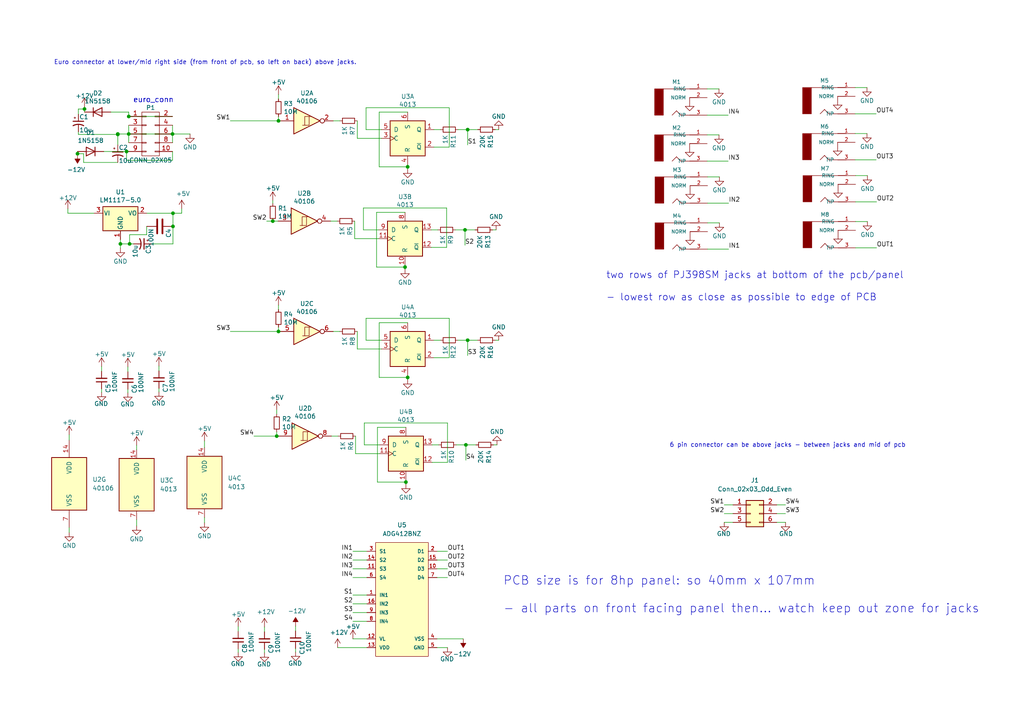
<source format=kicad_sch>
(kicad_sch (version 20211123) (generator eeschema)
  (paper "A4")
  (lib_symbols
    (symbol "4xxx:40106" (pin_names (offset 1.016))
      (property "Reference" "U" (at 0 1.27 0))
      (property "Value" "40106" (at 0 -1.27 0))
      (symbol "40106_1_0"
        (pin input line (at -7.62 0 0) (length 3.81) (name "~") (number "1"))
        (pin output inverted (at 7.62 0 180) (length 3.81) (name "~") (number "2"))
      )
      (symbol "40106_2_0"
        (pin input line (at -7.62 0 0) (length 3.81) (name "~") (number "3"))
        (pin output inverted (at 7.62 0 180) (length 3.81) (name "~") (number "4"))
      )
      (symbol "40106_3_0"
        (pin input line (at -7.62 0 0) (length 3.81) (name "~") (number "5"))
        (pin output inverted (at 7.62 0 180) (length 3.81) (name "~") (number "6"))
      )
      (symbol "40106_4_0"
        (pin output inverted (at 7.62 0 180) (length 3.81) (name "~") (number "8"))
        (pin input line (at -7.62 0 0) (length 3.81) (name "~") (number "9"))
      )
      (symbol "40106_5_0"
        (pin output inverted (at 7.62 0 180) (length 3.81) (name "~") (number "10"))
        (pin input line (at -7.62 0 0) (length 3.81) (name "~") (number "11"))
      )
      (symbol "40106_6_0"
        (pin output inverted (at 7.62 0 180) (length 3.81) (name "~") (number "12"))
        (pin input line (at -7.62 0 0) (length 3.81) (name "~") (number "13"))
      )
      (symbol "40106_7_0"
        (pin power_in line (at 0 12.7 270) (length 5.08) (name "VDD") (number "14"))
        (pin power_in line (at 0 -12.7 90) (length 5.08) (name "VSS") (number "7"))
      )
    )
    (symbol "4xxx:4013" (pin_names (offset 1.016))
      (property "Reference" "U" (at -7.62 8.89 0))
      (property "Value" "4013" (at -7.62 -8.89 0))
      (symbol "4013_1_1"
        (pin output line (at 7.62 2.54 180) (length 2.54) (name "Q") (number "1"))
        (pin output line (at 7.62 -2.54 180) (length 2.54) (name "~{Q}") (number "2"))
        (pin input clock (at -7.62 0 0) (length 2.54) (name "C") (number "3"))
        (pin input line (at 0 -7.62 90) (length 2.54) (name "R") (number "4"))
        (pin input line (at -7.62 2.54 0) (length 2.54) (name "D") (number "5"))
        (pin input line (at 0 7.62 270) (length 2.54) (name "S") (number "6"))
      )
      (symbol "4013_2_1"
        (pin input line (at 0 -7.62 90) (length 2.54) (name "R") (number "10"))
        (pin input clock (at -7.62 0 0) (length 2.54) (name "C") (number "11"))
        (pin output line (at 7.62 -2.54 180) (length 2.54) (name "~{Q}") (number "12"))
        (pin output line (at 7.62 2.54 180) (length 2.54) (name "Q") (number "13"))
        (pin input line (at 0 7.62 270) (length 2.54) (name "S") (number "8"))
        (pin input line (at -7.62 2.54 0) (length 2.54) (name "D") (number "9"))
      )
      (symbol "4013_3_0"
        (pin power_in line (at 0 10.16 270) (length 2.54) (name "VDD") (number "14"))
        (pin power_in line (at 0 -10.16 90) (length 2.54) (name "VSS") (number "7"))
      )
    )
    (symbol "Connector_Generic:Conn_02x03_Odd_Even" (pin_names (offset 1.016) hide)
      (property "Reference" "J" (at 1.27 5.08 0))
      (property "Value" "Conn_02x03_Odd_Even" (at 1.27 -5.08 0))
      (symbol "Conn_02x03_Odd_Even_1_1"
        (pin passive line (at -5.08 2.54 0) (length 3.81) (name "Pin_1") (number "1"))
        (pin passive line (at 7.62 2.54 180) (length 3.81) (name "Pin_2") (number "2"))
        (pin passive line (at -5.08 0 0) (length 3.81) (name "Pin_3") (number "3"))
        (pin passive line (at 7.62 0 180) (length 3.81) (name "Pin_4") (number "4"))
        (pin passive line (at -5.08 -2.54 0) (length 3.81) (name "Pin_5") (number "5"))
        (pin passive line (at 7.62 -2.54 180) (length 3.81) (name "Pin_6") (number "6"))
      )
    )
    (symbol "Device:C_Small" (pin_numbers hide) (pin_names (offset 0.254) hide)
      (property "Reference" "C" (at 0.254 1.778 0))
      (property "Value" "C_Small" (at 0.254 -2.032 0))
      (symbol "C_Small_1_1"
        (pin passive line (at 0 2.54 270) (length 2.032) (name "~") (number "1"))
        (pin passive line (at 0 -2.54 90) (length 2.032) (name "~") (number "2"))
      )
    )
    (symbol "Device:D" (pin_numbers hide) (pin_names (offset 1.016) hide)
      (property "Reference" "D" (at 0 2.54 0))
      (property "Value" "D" (at 0 -2.54 0))
      (symbol "D_1_1"
        (pin passive line (at -3.81 0 0) (length 2.54) (name "K") (number "1"))
        (pin passive line (at 3.81 0 180) (length 2.54) (name "A") (number "2"))
      )
    )
    (symbol "Device:R_Small" (pin_numbers hide) (pin_names (offset 0.254) hide)
      (property "Reference" "R" (at 0.762 0.508 0))
      (property "Value" "R_Small" (at 0.762 -1.016 0))
      (symbol "R_Small_1_1"
        (pin passive line (at 0 2.54 270) (length 0.762) (name "~") (number "1"))
        (pin passive line (at 0 -2.54 90) (length 0.762) (name "~") (number "2"))
      )
    )
    (symbol "Regulator_Linear:LM1117-3.3" (pin_names (offset 0.254))
      (property "Reference" "U" (at -3.81 3.175 0))
      (property "Value" "LM1117-3.3" (at 0 3.175 0))
      (symbol "LM1117-3.3_1_1"
        (pin power_in line (at 0 -7.62 90) (length 2.54) (name "GND") (number "1"))
        (pin power_out line (at 7.62 0 180) (length 2.54) (name "VO") (number "2"))
        (pin power_in line (at -7.62 0 0) (length 2.54) (name "VI") (number "3"))
      )
    )
    (symbol "allcolours-rescue:AUDIO-JACKERTHENVAR-PJ398" (pin_names (offset 1.016))
      (property "Reference" "M?" (at -1.27 5.207 0))
      (symbol "AUDIO-JACKERTHENVAR-PJ398_1_1"
        (pin bidirectional line (at 7.62 2.54 180) (length 5.08) (name "RING") (number "1"))
        (pin bidirectional line (at 7.62 0 180) (length 5.08) (name "NORM") (number "2"))
        (pin bidirectional line (at 7.62 -5.08 180) (length 5.08) (name "TIP") (number "3"))
      )
    )
    (symbol "allcolours-rescue:C-device-allcolours-rescue" (pin_numbers hide) (pin_names (offset 0.254))
      (property "Reference" "C" (at 0.635 2.54 0))
      (property "Value" "C-device-allcolours-rescue" (at 0.635 -2.54 0))
      (symbol "C-device-allcolours-rescue_1_1"
        (pin passive line (at 0 3.81 270) (length 2.794) (name "~") (number "1"))
        (pin passive line (at 0 -3.81 90) (length 2.794) (name "~") (number "2"))
      )
    )
    (symbol "allcolours-rescue:CP1_Small-device-allcolours-rescue" (pin_numbers hide) (pin_names (offset 0.254) hide)
      (property "Reference" "C" (at 0.254 1.778 0))
      (property "Value" "CP1_Small-device-allcolours-rescue" (at 0.254 -2.032 0))
      (symbol "CP1_Small-device-allcolours-rescue_1_1"
        (pin passive line (at 0 2.54 270) (length 2.032) (name "~") (number "1"))
        (pin passive line (at 0 -2.54 90) (length 2.032) (name "~") (number "2"))
      )
    )
    (symbol "allcolours-rescue:GND-power-allcolours-rescue" (power) (pin_names (offset 0))
      (property "Value" "GND-power-allcolours-rescue" (at 0 -3.81 0))
      (symbol "GND-power-allcolours-rescue_1_1"
        (pin power_in line (at 0 0 270) (length 0) hide (name "GND") (number "1"))
      )
    )
    (symbol "eec:ADG412BNZ" (pin_names (offset 1.016))
      (property "Reference" "U" (at 0 5.08 0))
      (property "Value" "ADG412BNZ" (at 0 7.62 0))
      (symbol "ADG412BNZ_1_1"
        (pin input line (at 2.54 -12.7 0) (length 2.54) (name "IN1") (number "1"))
        (pin passive line (at 22.86 -5.08 180) (length 2.54) (name "D3") (number "10"))
        (pin passive line (at 2.54 -5.08 0) (length 2.54) (name "S3") (number "11"))
        (pin power_in line (at 2.54 -25.4 0) (length 2.54) (name "VL") (number "12"))
        (pin power_in line (at 2.54 -27.94 0) (length 2.54) (name "VDD") (number "13"))
        (pin passive line (at 2.54 -2.54 0) (length 2.54) (name "S2") (number "14"))
        (pin passive line (at 22.86 -2.54 180) (length 2.54) (name "D2") (number "15"))
        (pin input line (at 2.54 -15.24 0) (length 2.54) (name "IN2") (number "16"))
        (pin passive line (at 22.86 0 180) (length 2.54) (name "D1") (number "2"))
        (pin passive line (at 2.54 0 0) (length 2.54) (name "S1") (number "3"))
        (pin power_in line (at 22.86 -25.4 180) (length 2.54) (name "VSS") (number "4"))
        (pin power_in line (at 22.86 -27.94 180) (length 2.54) (name "GND") (number "5"))
        (pin passive line (at 2.54 -7.62 0) (length 2.54) (name "S4") (number "6"))
        (pin passive line (at 22.86 -7.62 180) (length 2.54) (name "D4") (number "7"))
        (pin input line (at 2.54 -20.32 0) (length 2.54) (name "IN4") (number "8"))
        (pin input line (at 2.54 -17.78 0) (length 2.54) (name "IN3") (number "9"))
      )
    )
    (symbol "power:+12V" (power) (pin_names (offset 0))
      (property "Value" "+12V" (at 0 3.556 0))
      (symbol "+12V_1_1"
        (pin power_in line (at 0 0 90) (length 0) hide (name "+12V") (number "1"))
      )
    )
    (symbol "power:+5V" (power) (pin_names (offset 0))
      (property "Value" "+5V" (at 0 3.556 0))
      (symbol "+5V_1_1"
        (pin power_in line (at 0 0 90) (length 0) hide (name "+5V") (number "1"))
      )
    )
    (symbol "power:-12V" (power) (pin_names (offset 0))
      (property "Value" "-12V" (at 0 3.81 0))
      (symbol "-12V_0_0"
        (pin power_in line (at 0 0 90) (length 0) hide (name "-12V") (number "1"))
      )
    )
    (symbol "power:GND" (power) (pin_names (offset 0))
      (property "Value" "GND" (at 0 -3.81 0))
      (symbol "GND_1_1"
        (pin power_in line (at 0 0 270) (length 0) hide (name "GND") (number "1"))
      )
    )
    (symbol "toad2-rescue:+12V-power-allcolours_analogue-rescue" (power) (pin_names (offset 0))
      (property "Value" "+12V-power-allcolours_analogue-rescue" (at 0 3.556 0))
      (symbol "+12V-power-allcolours_analogue-rescue_1_1"
        (pin power_in line (at 0 0 90) (length 0) hide (name "+12V") (number "1"))
      )
    )
    (symbol "toad2-rescue:CONN_02X05-allcolours-rescue-allcolours_analogue-rescue" (pin_names (offset 0.0254) hide)
      (property "Reference" "J" (at 0 7.62 0))
      (property "Value" "CONN_02X05-allcolours-rescue-allcolours_analogue-rescue" (at 0 -7.62 0))
      (symbol "CONN_02X05-allcolours-rescue-allcolours_analogue-rescue_1_1"
        (pin passive line (at -6.35 5.08 0) (length 3.81) (name "P1") (number "1"))
        (pin passive line (at 6.35 -5.08 180) (length 3.81) (name "P10") (number "10"))
        (pin passive line (at 6.35 5.08 180) (length 3.81) (name "P2") (number "2"))
        (pin passive line (at -6.35 2.54 0) (length 3.81) (name "P3") (number "3"))
        (pin passive line (at 6.35 2.54 180) (length 3.81) (name "P4") (number "4"))
        (pin passive line (at -6.35 0 0) (length 3.81) (name "P5") (number "5"))
        (pin passive line (at 6.35 0 180) (length 3.81) (name "P6") (number "6"))
        (pin passive line (at -6.35 -2.54 0) (length 3.81) (name "P7") (number "7"))
        (pin passive line (at 6.35 -2.54 180) (length 3.81) (name "P8") (number "8"))
        (pin passive line (at -6.35 -5.08 0) (length 3.81) (name "P9") (number "9"))
      )
    )
    (symbol "toad2-rescue:CP1_Small-device-allcolours_analogue-rescue" (pin_numbers hide) (pin_names (offset 0.254) hide)
      (property "Reference" "C" (at 0.254 1.778 0))
      (property "Value" "CP1_Small-device-allcolours_analogue-rescue" (at 0.254 -2.032 0))
      (symbol "CP1_Small-device-allcolours_analogue-rescue_1_1"
        (pin passive line (at 0 2.54 270) (length 2.032) (name "~") (number "1"))
        (pin passive line (at 0 -2.54 90) (length 2.032) (name "~") (number "2"))
      )
    )
    (symbol "toad2-rescue:GND-power-allcolours_analogue-rescue" (power) (pin_names (offset 0))
      (property "Value" "GND-power-allcolours_analogue-rescue" (at 0 -3.81 0))
      (symbol "GND-power-allcolours_analogue-rescue_1_1"
        (pin power_in line (at 0 0 270) (length 0) hide (name "GND") (number "1"))
      )
    )
    (symbol "touch-rescue:GND-power-allcolours_analogue-rescue" (power) (pin_names (offset 0))
      (property "Value" "GND-power-allcolours_analogue-rescue" (at 0 -3.81 0))
      (symbol "GND-power-allcolours_analogue-rescue_1_1"
        (pin power_in line (at 0 0 270) (length 0) hide (name "GND") (number "1"))
      )
    )
  )
  (junction (at 80.772 96.139))
  (junction (at 34.163 38.862))
  (junction (at 34.925 70.739))
  (junction (at 80.264 126.492))
  (junction (at 118.237 48.387))
  (junction (at 34.163 38.989))
  (junction (at 118.237 109.474))
  (junction (at 22.479 44.577))
  (junction (at 135.636 37.592))
  (junction (at 134.874 66.675))
  (junction (at 36.703 43.942))
  (junction (at 117.729 139.827))
  (junction (at 80.772 35.052))
  (junction (at 117.475 77.47))
  (junction (at 135.636 98.679))
  (junction (at 24.511 31.623))
  (junction (at 50.165 61.849))
  (junction (at 50.038 38.862))
  (junction (at 37.338 38.862))
  (junction (at 37.338 33.782))
  (junction (at 37.592 70.739))
  (junction (at 135.128 129.032))
  (junction (at 79.121 64.135))
  (junction (at 50.165 65.659))
  (wire (pts (xy 109.22 77.47) (xy 117.475 77.47)))
  (wire (pts (xy 130.302 42.672) (xy 130.302 31.242)))
  (wire (pts (xy 66.802 96.139) (xy 80.772 96.139)))
  (wire (pts (xy 109.982 93.599) (xy 109.982 109.474)))
  (wire (pts (xy 248.031 46.355) (xy 254.127 46.355)))
  (wire (pts (xy 103.632 101.219) (xy 110.617 101.219)))
  (wire (pts (xy 80.772 96.139) (xy 81.407 96.139)))
  (wire (pts (xy 125.857 37.592) (xy 127.762 37.592)))
  (wire (pts (xy 118.237 108.839) (xy 118.237 109.474)))
  (wire (pts (xy 103.124 126.492) (xy 103.124 131.572)))
  (wire (pts (xy 19.685 61.849) (xy 27.305 61.849)))
  (wire (pts (xy 143.637 37.592) (xy 144.653 37.592)))
  (wire (pts (xy 42.545 61.849) (xy 50.165 61.849)))
  (wire (pts (xy 106.172 37.592) (xy 110.617 37.592)))
  (wire (pts (xy 103.632 40.132) (xy 110.617 40.132)))
  (wire (pts (xy 77.343 64.135) (xy 79.121 64.135)))
  (wire (pts (xy 118.237 48.387) (xy 118.237 49.022)))
  (wire (pts (xy 205.105 25.781) (xy 208.534 25.781)))
  (wire (pts (xy 105.41 60.325) (xy 105.41 66.675)))
  (wire (pts (xy 143.129 129.032) (xy 144.145 129.032)))
  (wire (pts (xy 22.733 38.227) (xy 22.733 38.989)))
  (wire (pts (xy 50.038 46.482) (xy 36.703 46.482)))
  (wire (pts (xy 117.729 139.827) (xy 117.729 140.462)))
  (wire (pts (xy 109.982 93.599) (xy 118.237 93.599)))
  (wire (pts (xy 37.592 70.739) (xy 38.735 70.739)))
  (wire (pts (xy 19.685 61.849) (xy 19.685 60.579)))
  (wire (pts (xy 105.664 129.032) (xy 110.109 129.032)))
  (wire (pts (xy 248.031 38.735) (xy 251.46 38.735)))
  (wire (pts (xy 125.349 129.032) (xy 127.254 129.032)))
  (wire (pts (xy 102.362 175.133) (xy 106.426 175.133)))
  (wire (pts (xy 22.733 38.989) (xy 34.163 38.989)))
  (wire (pts (xy 29.464 106.299) (xy 29.464 107.696)))
  (wire (pts (xy 80.772 35.052) (xy 81.407 35.052)))
  (wire (pts (xy 69.088 181.737) (xy 69.088 183.134)))
  (wire (pts (xy 34.925 70.739) (xy 37.592 70.739)))
  (wire (pts (xy 109.22 61.595) (xy 117.475 61.595)))
  (wire (pts (xy 37.084 112.903) (xy 37.084 113.919)))
  (wire (pts (xy 80.772 33.782) (xy 80.772 35.052)))
  (wire (pts (xy 205.232 72.263) (xy 211.328 72.263)))
  (wire (pts (xy 248.031 25.4) (xy 251.46 25.4)))
  (wire (pts (xy 42.545 68.072) (xy 42.545 65.659)))
  (wire (pts (xy 125.857 42.672) (xy 130.302 42.672)))
  (wire (pts (xy 117.475 76.835) (xy 117.475 77.47)))
  (wire (pts (xy 103.632 35.052) (xy 103.632 40.132)))
  (wire (pts (xy 69.088 188.214) (xy 69.088 189.23)))
  (wire (pts (xy 80.772 27.432) (xy 80.772 28.702)))
  (wire (pts (xy 97.79 64.135) (xy 95.885 64.135)))
  (wire (pts (xy 24.257 47.117) (xy 24.257 44.577)))
  (wire (pts (xy 109.474 139.827) (xy 117.729 139.827)))
  (wire (pts (xy 34.163 38.862) (xy 34.163 38.989)))
  (wire (pts (xy 36.703 43.942) (xy 37.338 43.942)))
  (wire (pts (xy 102.362 164.973) (xy 106.426 164.973)))
  (wire (pts (xy 132.08 66.675) (xy 134.874 66.675)))
  (wire (pts (xy 79.121 58.166) (xy 79.121 59.055)))
  (wire (pts (xy 210.058 148.971) (xy 212.598 148.971)))
  (wire (pts (xy 50.165 61.849) (xy 50.165 65.659)))
  (wire (pts (xy 50.038 43.942) (xy 50.038 46.482)))
  (wire (pts (xy 103.124 131.572) (xy 110.109 131.572)))
  (wire (pts (xy 34.163 47.117) (xy 24.257 47.117)))
  (wire (pts (xy 109.982 32.512) (xy 118.237 32.512)))
  (wire (pts (xy 24.511 30.988) (xy 24.511 31.623)))
  (wire (pts (xy 98.044 126.492) (xy 96.139 126.492)))
  (wire (pts (xy 37.338 38.862) (xy 50.038 38.862)))
  (wire (pts (xy 132.334 129.032) (xy 135.128 129.032)))
  (wire (pts (xy 105.41 60.325) (xy 129.54 60.325)))
  (wire (pts (xy 50.038 38.862) (xy 50.038 41.402)))
  (wire (pts (xy 85.725 188.087) (xy 85.725 189.103)))
  (wire (pts (xy 46.101 112.649) (xy 46.101 113.665)))
  (wire (pts (xy 105.664 122.682) (xy 129.794 122.682)))
  (wire (pts (xy 50.165 65.659) (xy 50.165 70.739)))
  (wire (pts (xy 37.592 68.072) (xy 42.545 68.072)))
  (wire (pts (xy 118.237 47.752) (xy 118.237 48.387)))
  (wire (pts (xy 134.874 66.675) (xy 137.795 66.675)))
  (wire (pts (xy 73.66 126.492) (xy 80.264 126.492)))
  (wire (pts (xy 50.165 70.739) (xy 43.815 70.739)))
  (wire (pts (xy 132.842 98.679) (xy 135.636 98.679)))
  (wire (pts (xy 135.636 37.592) (xy 138.557 37.592)))
  (wire (pts (xy 130.302 103.759) (xy 130.302 92.329)))
  (wire (pts (xy 205.105 46.736) (xy 211.201 46.736)))
  (wire (pts (xy 248.158 64.262) (xy 251.587 64.262)))
  (wire (pts (xy 85.725 181.61) (xy 85.725 183.007)))
  (wire (pts (xy 36.703 46.482) (xy 36.703 43.942)))
  (wire (pts (xy 129.54 71.755) (xy 129.54 60.325)))
  (wire (pts (xy 227.838 148.971) (xy 225.298 148.971)))
  (wire (pts (xy 135.636 98.679) (xy 135.636 103.124)))
  (wire (pts (xy 37.338 38.862) (xy 34.163 38.862)))
  (wire (pts (xy 24.511 31.623) (xy 24.511 32.512)))
  (wire (pts (xy 227.838 151.511) (xy 225.298 151.511)))
  (wire (pts (xy 109.474 123.952) (xy 109.474 139.827)))
  (wire (pts (xy 80.772 94.869) (xy 80.772 96.139)))
  (wire (pts (xy 76.708 181.864) (xy 76.708 183.261)))
  (wire (pts (xy 102.362 167.513) (xy 106.426 167.513)))
  (wire (pts (xy 106.172 92.329) (xy 130.302 92.329)))
  (wire (pts (xy 22.733 33.147) (xy 22.733 31.623)))
  (wire (pts (xy 46.101 106.172) (xy 46.101 107.569)))
  (wire (pts (xy 102.362 162.433) (xy 106.426 162.433)))
  (wire (pts (xy 20.066 126.111) (xy 20.066 127.635)))
  (wire (pts (xy 50.038 38.862) (xy 55.118 38.862)))
  (wire (pts (xy 126.746 185.293) (xy 134.366 185.293)))
  (wire (pts (xy 37.338 36.322) (xy 37.338 38.862)))
  (wire (pts (xy 117.729 139.192) (xy 117.729 139.827)))
  (wire (pts (xy 102.362 177.673) (xy 106.426 177.673)))
  (wire (pts (xy 129.794 134.112) (xy 129.794 122.682)))
  (wire (pts (xy 109.982 32.512) (xy 109.982 48.387)))
  (wire (pts (xy 109.982 109.474) (xy 118.237 109.474)))
  (wire (pts (xy 32.131 32.512) (xy 37.338 32.512)))
  (wire (pts (xy 126.746 159.893) (xy 129.794 159.893)))
  (wire (pts (xy 37.338 33.782) (xy 50.038 33.782)))
  (wire (pts (xy 125.857 103.759) (xy 130.302 103.759)))
  (wire (pts (xy 106.172 98.679) (xy 110.617 98.679)))
  (wire (pts (xy 248.158 50.927) (xy 251.587 50.927)))
  (wire (pts (xy 125.349 134.112) (xy 129.794 134.112)))
  (wire (pts (xy 210.058 151.511) (xy 212.598 151.511)))
  (wire (pts (xy 22.479 44.577) (xy 22.479 44.831)))
  (wire (pts (xy 80.264 126.492) (xy 80.899 126.492)))
  (wire (pts (xy 142.875 66.675) (xy 143.891 66.675)))
  (wire (pts (xy 105.41 66.675) (xy 109.855 66.675)))
  (wire (pts (xy 80.772 88.519) (xy 80.772 89.789)))
  (wire (pts (xy 248.158 71.882) (xy 254.254 71.882)))
  (wire (pts (xy 106.172 92.329) (xy 106.172 98.679)))
  (wire (pts (xy 125.095 71.755) (xy 129.54 71.755)))
  (wire (pts (xy 105.664 122.682) (xy 105.664 129.032)))
  (wire (pts (xy 205.105 33.401) (xy 211.201 33.401)))
  (wire (pts (xy 76.708 188.341) (xy 76.708 189.357)))
  (wire (pts (xy 205.232 58.928) (xy 211.328 58.928)))
  (wire (pts (xy 37.592 70.739) (xy 37.592 68.072)))
  (wire (pts (xy 135.128 129.032) (xy 135.128 133.477)))
  (wire (pts (xy 52.705 61.849) (xy 52.705 60.579)))
  (wire (pts (xy 34.925 70.739) (xy 34.925 72.009)))
  (wire (pts (xy 117.475 77.47) (xy 117.475 78.105)))
  (wire (pts (xy 205.232 51.308) (xy 208.661 51.308)))
  (wire (pts (xy 227.838 146.431) (xy 225.298 146.431)))
  (wire (pts (xy 50.165 61.849) (xy 52.705 61.849)))
  (wire (pts (xy 118.237 109.474) (xy 118.237 110.109)))
  (wire (pts (xy 210.058 146.431) (xy 212.598 146.431)))
  (wire (pts (xy 102.362 180.213) (xy 106.426 180.213)))
  (wire (pts (xy 103.632 96.139) (xy 103.632 101.219)))
  (wire (pts (xy 20.066 153.035) (xy 20.066 154.432)))
  (wire (pts (xy 37.338 38.862) (xy 37.338 41.402)))
  (wire (pts (xy 39.624 150.749) (xy 39.624 152.527)))
  (wire (pts (xy 126.746 187.833) (xy 129.794 187.833)))
  (wire (pts (xy 126.746 164.973) (xy 129.794 164.973)))
  (wire (pts (xy 59.309 150.114) (xy 59.309 151.638)))
  (wire (pts (xy 135.128 129.032) (xy 138.049 129.032)))
  (wire (pts (xy 143.637 98.679) (xy 144.653 98.679)))
  (wire (pts (xy 106.172 31.242) (xy 106.172 37.592)))
  (wire (pts (xy 126.746 162.433) (xy 129.794 162.433)))
  (wire (pts (xy 22.479 43.942) (xy 22.479 44.577)))
  (wire (pts (xy 30.099 43.942) (xy 36.703 43.942)))
  (wire (pts (xy 34.163 38.989) (xy 34.163 42.037)))
  (wire (pts (xy 37.084 106.426) (xy 37.084 107.823)))
  (wire (pts (xy 98.552 96.139) (xy 96.647 96.139)))
  (wire (pts (xy 98.552 35.052) (xy 96.647 35.052)))
  (wire (pts (xy 24.257 44.577) (xy 22.479 44.577)))
  (wire (pts (xy 34.925 69.469) (xy 34.925 70.739)))
  (wire (pts (xy 109.474 123.952) (xy 117.729 123.952)))
  (wire (pts (xy 126.746 167.513) (xy 129.794 167.513)))
  (wire (pts (xy 37.338 32.512) (xy 37.338 33.782)))
  (wire (pts (xy 135.636 37.592) (xy 135.636 42.037)))
  (wire (pts (xy 125.095 66.675) (xy 127 66.675)))
  (wire (pts (xy 80.264 118.872) (xy 80.264 120.142)))
  (wire (pts (xy 125.857 98.679) (xy 127.762 98.679)))
  (wire (pts (xy 109.982 48.387) (xy 118.237 48.387)))
  (wire (pts (xy 59.309 127.889) (xy 59.309 129.794)))
  (wire (pts (xy 50.038 36.322) (xy 50.038 38.862)))
  (wire (pts (xy 248.031 33.02) (xy 254.127 33.02)))
  (wire (pts (xy 102.362 159.893) (xy 106.426 159.893)))
  (wire (pts (xy 39.624 129.159) (xy 39.624 130.429)))
  (wire (pts (xy 102.362 172.593) (xy 106.426 172.593)))
  (wire (pts (xy 102.362 185.293) (xy 106.426 185.293)))
  (wire (pts (xy 205.232 64.643) (xy 208.661 64.643)))
  (wire (pts (xy 248.158 58.547) (xy 254.254 58.547)))
  (wire (pts (xy 102.87 64.135) (xy 102.87 69.215)))
  (wire (pts (xy 132.842 37.592) (xy 135.636 37.592)))
  (wire (pts (xy 22.733 31.623) (xy 24.511 31.623)))
  (wire (pts (xy 106.172 31.242) (xy 130.302 31.242)))
  (wire (pts (xy 102.87 69.215) (xy 109.855 69.215)))
  (wire (pts (xy 66.802 35.052) (xy 80.772 35.052)))
  (wire (pts (xy 80.264 125.222) (xy 80.264 126.492)))
  (wire (pts (xy 97.917 187.833) (xy 106.426 187.833)))
  (wire (pts (xy 109.22 61.595) (xy 109.22 77.47)))
  (wire (pts (xy 134.874 66.675) (xy 134.874 71.12)))
  (wire (pts (xy 29.464 112.776) (xy 29.464 113.792)))
  (wire (pts (xy 135.636 98.679) (xy 138.557 98.679)))
  (wire (pts (xy 205.105 39.116) (xy 208.534 39.116)))
  (wire (pts (xy 79.121 64.135) (xy 80.645 64.135)))
  (text "euro_conn" (at 38.608 29.972 0) (effects (font (size 1.524 1.524)) (justify left bottom)))
  (text "euro_conn" (at 38.608 29.972 0) (effects (font (size 1.524 1.524)) (justify left bottom)))
  (text "Euro connector at lower/mid right side (from front of pcb, so left on back) above jacks. " (at 15.621 18.923 0) (effects (font (size 1.27 1.27)) (justify left bottom)))
  (text "PCB size is for 8hp panel: so 40mm x 107mm\n\n- all parts on front facing panel then... watch keep out zone for jacks" (at 145.923 178.054 0) (effects (font (size 2.5 2.5)) (justify left bottom)))
  (text "two rows of PJ398SM jacks at bottom of the pcb/panel \n\n- lowest row as close as possible to edge of PCB" (at 175.768 87.503 0) (effects (font (size 2 2)) (justify left bottom)))
  (text "6 pin connector can be above jacks - between jacks and mid of pcb" (at 194.183 129.921 0) (effects (font (size 1.27 1.27)) (justify left bottom)))
  (label "OUT2" (at 129.794 162.433 0))
  (label "OUT3" (at 129.794 164.973 0))
  (label "S2" (at 102.362 175.133 180))
  (label "SW3" (at 66.802 96.139 180))
  (label "IN4" (at 211.201 33.401 0))
  (label "S2" (at 134.874 71.12 0))
  (label "OUT4" (at 254.127 33.02 0))
  (label "IN4" (at 102.362 167.513 180))
  (label "OUT2" (at 254.254 58.547 0))
  (label "IN3" (at 102.362 164.973 180))
  (label "OUT3" (at 254.127 46.355 0))
  (label "IN1" (at 211.328 72.263 0))
  (label "S1" (at 135.636 42.037 0))
  (label "IN2" (at 211.328 58.928 0))
  (label "S4" (at 135.128 133.477 0))
  (label "SW2" (at 77.343 64.135 180))
  (label "OUT1" (at 254.254 71.882 0))
  (label "OUT1" (at 129.794 159.893 0))
  (label "SW4" (at 73.66 126.492 180))
  (label "SW3" (at 227.838 148.971 0))
  (label "S3" (at 102.362 177.673 180))
  (label "OUT4" (at 129.794 167.513 0))
  (label "SW1" (at 66.802 35.052 180))
  (label "S4" (at 102.362 180.213 180))
  (label "SW4" (at 227.838 146.431 0))
  (label "IN1" (at 102.362 159.893 180))
  (label "S1" (at 102.362 172.593 180))
  (label "IN3" (at 211.201 46.736 0))
  (label "SW1" (at 210.058 146.431 180))
  (label "IN2" (at 102.362 162.433 180))
  (label "SW2" (at 210.058 148.971 180))
  (label "S3" (at 135.636 103.124 0))
  (symbol (lib_id "toad2-rescue:+12V-power-allcolours_analogue-rescue") (at 24.511 30.988 0) (unit 1)
    (property "Reference" "#PWR02" (effects hide))
    (property "Value" "+12V" (at 24.511 27.813 0))
  )
  (symbol (lib_id "toad2-rescue:CP1_Small-device-allcolours_analogue-rescue") (at 34.163 44.577 0) (unit 1)
    (property "Reference" "C2" (at 34.417 42.799 0) (effects (justify left)))
    (property "Value" "10u" (at 34.417 46.609 0) (effects (justify left)))
    (property "Footprint" "Capacitor_Tantalum_SMD:CP_EIA-3216-18_Kemet-A" (effects hide))
  )
  (symbol (lib_id "Device:D") (at 28.321 32.512 0) (unit 1)
    (property "Reference" "D2" (at 28.321 27.0256 0))
    (property "Value" "1N5158" (at 28.321 29.337 0))
    (property "Footprint" "Diode_SMD:D_SOD-123" (effects hide))
  )
  (symbol (lib_id "Device:D") (at 26.289 43.942 180) (unit 1)
    (property "Reference" "D1" (at 26.289 38.4556 0))
    (property "Value" "1N5158" (at 26.289 40.767 0))
    (property "Footprint" "Diode_SMD:D_SOD-123" (effects hide))
  )
  (symbol (lib_id "touch-rescue:GND-power-allcolours_analogue-rescue") (at 118.237 49.022 0) (unit 1)
    (property "Reference" "#PWR013" (effects hide))
    (property "Value" "GND" (at 118.237 52.832 0))
  )
  (symbol (lib_id "allcolours-rescue:AUDIO-JACKERTHENVAR-PJ398") (at 240.411 27.94 0) (unit 1)
    (property "Reference" "M5" (at 239.141 23.368 0) (effects (font (size 1.143 1.143))))
    (property "Value" "AUDIO-JACKERTHENVAR-PJ398" (effects hide))
    (property "Footprint" "martin_module:Jack_3.5mm_QingPu_WQP-PJ398SM_Vertical_CircularHoles" (effects hide))
  )
  (symbol (lib_id "power:-12V") (at 22.479 44.831 180) (unit 1)
    (property "Reference" "#PWR0101" (effects hide))
    (property "Value" "-12V" (at 22.098 49.2252 0))
  )
  (symbol (lib_id "toad2-rescue:CONN_02X05-allcolours-rescue-allcolours_analogue-rescue") (at 43.688 38.862 0) (unit 1)
    (property "Reference" "P1" (at 43.688 31.242 0))
    (property "Value" "CONN_02X05" (at 43.688 46.482 0))
    (property "Footprint" "Connector_PinHeader_2.54mm:PinHeader_2x05_P2.54mm_Vertical" (effects hide))
  )
  (symbol (lib_id "power:+5V") (at 69.088 181.737 0) (unit 1)
    (property "Reference" "#PWR01" (effects hide))
    (property "Value" "+5V" (at 69.088 178.181 0))
  )
  (symbol (lib_id "Device:C_Small") (at 69.088 185.674 180) (unit 1)
    (property "Reference" "C8" (at 70.993 188.087 90))
    (property "Value" "100NF" (at 72.898 186.182 90))
    (property "Footprint" "Capacitor_SMD:C_0805_2012Metric" (effects hide))
  )
  (symbol (lib_id "power:GND") (at 208.661 64.643 0) (unit 1)
    (property "Reference" "#PWR043" (effects hide))
    (property "Value" "GND" (at 208.661 68.453 0))
  )
  (symbol (lib_id "power:+5V") (at 46.101 106.172 0) (unit 1)
    (property "Reference" "#PWR033" (effects hide))
    (property "Value" "+5V" (at 46.101 102.616 0))
  )
  (symbol (lib_id "Device:R_Small") (at 80.772 92.329 0) (unit 1)
    (property "Reference" "R4" (at 82.2706 91.1606 0) (effects (justify left)))
    (property "Value" "10M" (at 82.2706 93.472 0) (effects (justify left)))
    (property "Footprint" "Resistor_SMD:R_0805_2012Metric" (effects hide))
  )
  (symbol (lib_id "Device:R_Small") (at 100.33 64.135 270) (unit 1)
    (property "Reference" "R5" (at 101.4984 65.6336 0) (effects (justify left)))
    (property "Value" "1K" (at 99.187 65.6336 0) (effects (justify left)))
    (property "Footprint" "Resistor_SMD:R_0805_2012Metric" (effects hide))
  )
  (symbol (lib_id "4xxx:40106") (at 88.519 126.492 0) (unit 4)
    (property "Reference" "U2" (at 88.519 118.4402 0))
    (property "Value" "40106" (at 88.519 120.7516 0))
    (property "Footprint" "Package_SO:SOIC-14_3.9x8.7mm_P1.27mm" (effects hide))
    (property "Datasheet" "http://www.nxp.com/documents/data_sheet/HEF40106B.pdf" (effects hide))
  )
  (symbol (lib_id "power:GND") (at 208.534 39.116 0) (unit 1)
    (property "Reference" "#PWR041" (effects hide))
    (property "Value" "GND" (at 208.534 42.926 0))
  )
  (symbol (lib_id "allcolours-rescue:AUDIO-JACKERTHENVAR-PJ398") (at 197.485 28.321 0) (unit 1)
    (property "Reference" "M1" (at 196.215 23.749 0) (effects (font (size 1.143 1.143))))
    (property "Value" "AUDIO-JACKERTHENVAR-PJ398" (effects hide))
    (property "Footprint" "martin_module:Jack_3.5mm_QingPu_WQP-PJ398SM_Vertical_CircularHoles" (effects hide))
  )
  (symbol (lib_id "power:+5V") (at 80.772 27.432 0) (unit 1)
    (property "Reference" "#PWR09" (effects hide))
    (property "Value" "+5V" (at 80.772 23.876 0))
  )
  (symbol (lib_id "allcolours-rescue:AUDIO-JACKERTHENVAR-PJ398") (at 197.612 53.848 0) (unit 1)
    (property "Reference" "M3" (at 196.342 49.276 0) (effects (font (size 1.143 1.143))))
    (property "Value" "AUDIO-JACKERTHENVAR-PJ398" (effects hide))
    (property "Footprint" "martin_module:Jack_3.5mm_QingPu_WQP-PJ398SM_Vertical_CircularHoles" (effects hide))
  )
  (symbol (lib_id "power:GND") (at 37.084 113.919 0) (unit 1)
    (property "Reference" "#PWR032" (effects hide))
    (property "Value" "GND" (at 36.957 117.221 0))
  )
  (symbol (lib_id "power:-12V") (at 85.725 181.61 0) (unit 1)
    (property "Reference" "#PWR038" (effects hide))
    (property "Value" "-12V" (at 86.106 177.2158 0))
  )
  (symbol (lib_id "power:+5V") (at 29.464 106.299 0) (unit 1)
    (property "Reference" "#PWR026" (effects hide))
    (property "Value" "+5V" (at 29.464 102.743 0))
  )
  (symbol (lib_id "power:+5V") (at 80.772 88.519 0) (unit 1)
    (property "Reference" "#PWR010" (effects hide))
    (property "Value" "+5V" (at 80.772 84.963 0))
  )
  (symbol (lib_id "power:GND") (at 144.653 37.592 180) (unit 1)
    (property "Reference" "#PWR017" (effects hide))
    (property "Value" "GND" (at 144.653 33.782 0))
  )
  (symbol (lib_id "Device:R_Small") (at 101.092 96.139 270) (unit 1)
    (property "Reference" "R8" (at 102.2604 97.6376 0) (effects (justify left)))
    (property "Value" "1K" (at 99.949 97.6376 0) (effects (justify left)))
    (property "Footprint" "Resistor_SMD:R_0805_2012Metric" (effects hide))
  )
  (symbol (lib_id "Device:R_Small") (at 129.794 129.032 270) (unit 1)
    (property "Reference" "R10" (at 130.9624 130.5306 0) (effects (justify left)))
    (property "Value" "1K" (at 128.651 130.5306 0) (effects (justify left)))
    (property "Footprint" "Resistor_SMD:R_0805_2012Metric" (effects hide))
  )
  (symbol (lib_id "Device:C_Small") (at 76.708 185.801 180) (unit 1)
    (property "Reference" "C9" (at 78.613 188.214 90))
    (property "Value" "100NF" (at 80.518 186.309 90))
    (property "Footprint" "Capacitor_SMD:C_0805_2012Metric" (effects hide))
  )
  (symbol (lib_id "touch-rescue:GND-power-allcolours_analogue-rescue") (at 59.309 151.638 0) (unit 1)
    (property "Reference" "#PWR024" (effects hide))
    (property "Value" "GND" (at 59.309 155.448 0))
  )
  (symbol (lib_id "Device:R_Small") (at 140.589 129.032 270) (unit 1)
    (property "Reference" "R14" (at 141.7574 130.5306 0) (effects (justify left)))
    (property "Value" "20K" (at 139.446 130.5306 0) (effects (justify left)))
    (property "Footprint" "Resistor_SMD:R_0805_2012Metric" (effects hide))
  )
  (symbol (lib_id "4xxx:40106") (at 89.027 35.052 0) (unit 1)
    (property "Reference" "U2" (at 89.027 27.0002 0))
    (property "Value" "40106" (at 89.027 29.3116 0))
    (property "Footprint" "Package_SO:SOIC-14_3.9x8.7mm_P1.27mm" (effects hide))
    (property "Datasheet" "http://www.nxp.com/documents/data_sheet/HEF40106B.pdf" (effects hide))
  )
  (symbol (lib_id "allcolours-rescue:AUDIO-JACKERTHENVAR-PJ398") (at 197.485 41.656 0) (unit 1)
    (property "Reference" "M2" (at 196.215 37.084 0) (effects (font (size 1.143 1.143))))
    (property "Value" "AUDIO-JACKERTHENVAR-PJ398" (effects hide))
    (property "Footprint" "martin_module:Jack_3.5mm_QingPu_WQP-PJ398SM_Vertical_CircularHoles" (effects hide))
  )
  (symbol (lib_id "4xxx:40106") (at 89.027 96.139 0) (unit 3)
    (property "Reference" "U2" (at 89.027 88.0872 0))
    (property "Value" "40106" (at 89.027 90.3986 0))
    (property "Footprint" "Package_SO:SOIC-14_3.9x8.7mm_P1.27mm" (effects hide))
    (property "Datasheet" "http://www.nxp.com/documents/data_sheet/HEF40106B.pdf" (effects hide))
  )
  (symbol (lib_id "4xxx:4013") (at 59.309 139.954 0) (unit 3)
    (property "Reference" "U4" (at 66.04 138.6839 0) (effects (justify left)))
    (property "Value" "4013" (at 66.04 141.2239 0) (effects (justify left)))
    (property "Footprint" "Package_SO:SOIC-14_3.9x8.7mm_P1.27mm" (effects hide))
    (property "Datasheet" "http://www.onsemi.com/pub/Collateral/MC14013B-D.PDF" (effects hide))
  )
  (symbol (lib_id "Connector_Generic:Conn_02x03_Odd_Even") (at 217.678 148.971 0) (unit 1)
    (property "Reference" "J1" (at 218.948 139.319 0))
    (property "Value" "Conn_02x03_Odd_Even" (at 218.948 141.859 0))
    (property "Footprint" "Connector_PinHeader_2.54mm:PinHeader_2x03_P2.54mm_Vertical" (effects hide))
  )
  (symbol (lib_id "touch-rescue:GND-power-allcolours_analogue-rescue") (at 117.729 140.462 0) (unit 1)
    (property "Reference" "#PWR012" (effects hide))
    (property "Value" "GND" (at 117.729 144.272 0))
  )
  (symbol (lib_id "Device:R_Small") (at 79.121 61.595 0) (unit 1)
    (property "Reference" "R1" (at 80.6196 60.4266 0) (effects (justify left)))
    (property "Value" "10M" (at 80.6196 62.738 0) (effects (justify left)))
    (property "Footprint" "Resistor_SMD:R_0805_2012Metric" (effects hide))
  )
  (symbol (lib_id "power:GND") (at 144.653 98.679 180) (unit 1)
    (property "Reference" "#PWR018" (effects hide))
    (property "Value" "GND" (at 144.653 94.869 0))
  )
  (symbol (lib_id "Device:R_Small") (at 140.335 66.675 270) (unit 1)
    (property "Reference" "R13" (at 141.5034 68.1736 0) (effects (justify left)))
    (property "Value" "20K" (at 139.192 68.1736 0) (effects (justify left)))
    (property "Footprint" "Resistor_SMD:R_0805_2012Metric" (effects hide))
  )
  (symbol (lib_id "power:GND") (at 208.661 51.308 0) (unit 1)
    (property "Reference" "#PWR042" (effects hide))
    (property "Value" "GND" (at 208.661 55.118 0))
  )
  (symbol (lib_id "allcolours-rescue:AUDIO-JACKERTHENVAR-PJ398") (at 240.538 66.802 0) (unit 1)
    (property "Reference" "M8" (at 239.268 62.23 0) (effects (font (size 1.143 1.143))))
    (property "Value" "AUDIO-JACKERTHENVAR-PJ398" (effects hide))
    (property "Footprint" "martin_module:Jack_3.5mm_QingPu_WQP-PJ398SM_Vertical_CircularHoles" (effects hide))
  )
  (symbol (lib_id "4xxx:4013") (at 117.729 131.572 0) (unit 2)
    (property "Reference" "U4" (at 117.729 119.4308 0))
    (property "Value" "4013" (at 117.729 121.7422 0))
    (property "Footprint" "Package_SO:SOIC-14_3.9x8.7mm_P1.27mm" (effects hide))
    (property "Datasheet" "http://www.onsemi.com/pub/Collateral/MC14013B-D.PDF" (effects hide))
  )
  (symbol (lib_id "power:GND") (at 129.794 187.833 0) (unit 1)
    (property "Reference" "#PWR035" (effects hide))
    (property "Value" "GND" (at 129.667 191.135 0))
  )
  (symbol (lib_id "Device:R_Small") (at 130.302 98.679 270) (unit 1)
    (property "Reference" "R12" (at 131.4704 100.1776 0) (effects (justify left)))
    (property "Value" "1K" (at 129.159 100.1776 0) (effects (justify left)))
    (property "Footprint" "Resistor_SMD:R_0805_2012Metric" (effects hide))
  )
  (symbol (lib_id "power:GND") (at 46.101 113.665 0) (unit 1)
    (property "Reference" "#PWR034" (effects hide))
    (property "Value" "GND" (at 45.974 116.967 0))
  )
  (symbol (lib_id "touch-rescue:GND-power-allcolours_analogue-rescue") (at 117.475 78.105 0) (unit 1)
    (property "Reference" "#PWR011" (effects hide))
    (property "Value" "GND" (at 117.475 81.915 0))
  )
  (symbol (lib_id "touch-rescue:GND-power-allcolours_analogue-rescue") (at 20.066 154.432 0) (unit 1)
    (property "Reference" "#PWR020" (effects hide))
    (property "Value" "GND" (at 20.066 158.242 0))
  )
  (symbol (lib_id "power:GND") (at 227.838 151.511 0) (mirror y) (unit 1)
    (property "Reference" "#PWR044" (effects hide))
    (property "Value" "GND" (at 227.965 154.813 0))
  )
  (symbol (lib_id "Device:C_Small") (at 29.464 110.236 180) (unit 1)
    (property "Reference" "C5" (at 31.369 112.649 90))
    (property "Value" "100NF" (at 33.274 110.744 90))
    (property "Footprint" "Capacitor_SMD:C_0805_2012Metric" (effects hide))
  )
  (symbol (lib_id "power:GND") (at 76.708 189.357 0) (unit 1)
    (property "Reference" "#PWR037" (effects hide))
    (property "Value" "GND" (at 76.581 192.659 0))
  )
  (symbol (lib_id "toad2-rescue:+12V-power-allcolours_analogue-rescue") (at 19.685 60.579 0) (unit 1)
    (property "Reference" "#PWR04" (effects hide))
    (property "Value" "+12V" (at 19.685 57.404 0))
  )
  (symbol (lib_id "power:GND") (at 251.46 25.4 0) (unit 1)
    (property "Reference" "#PWR045" (effects hide))
    (property "Value" "GND" (at 251.46 29.21 0))
  )
  (symbol (lib_id "eec:ADG412BNZ") (at 103.886 159.893 0) (unit 1)
    (property "Reference" "U5" (at 116.586 152.273 0))
    (property "Value" "ADG412BNZ" (at 116.586 154.813 0))
    (property "Footprint" "Package_SO:SOIC-16_3.9x9.9mm_P1.27mm" (effects hide))
    (property "Datasheet" "http://www.analog.com/static/imported-files/data_sheets/ADG411_412_413.pdf" (effects hide))
    (property "Code  JEDEC" "MS-001" (effects hide))
    (property "Component Link 1 Description" "Manufacturer URL" (effects hide))
    (property "Component Link 1 URL" "http://www.analog.com/en/index.html" (effects hide))
    (property "Component Link 3 Description" "Package Specification" (effects hide))
    (property "Component Link 3 URL" "http://www.analog.com/static/imported-files/packages/44768431550332N_16.pdf" (effects hide))
    (property "Configuration" "SPST" (effects hide))
    (property "Datasheet Version" "Rev. D" (effects hide))
    (property "Max Neg Supply" "-16.5V" (effects hide))
    (property "Max Pos Supply" "+16.5V" (effects hide))
    (property "Mounting Technology" "Through Hole" (effects hide))
    (property "Package Description" "16-Pin Plastic Dual In-Line Package, Row spacing 7.62 mm, Pitch 2.54 mm" (effects hide))
    (property "Package Version" "070706-A, 07/2006" (effects hide))
    (property "Packing" "Tube" (effects hide))
    (property "Ron ohms" "25, 40" (effects hide))
    (property "Sw Functions" "4" (effects hide))
    (property "category" "IC" (effects hide))
    (property "ciiva ids" "981419" (effects hide))
    (property "library id" "ebc36f5b426c068f" (effects hide))
    (property "manufacturer" "Analog Devices" (effects hide))
    (property "package" "N-16" (effects hide))
    (property "release date" "1391088444" (effects hide))
    (property "vault revision" "13124825-32E4-4E40-8C2F-DCD97D360CD0" (effects hide))
    (property "imported" "yes" (effects hide))
    (property "t ON" "110ns, 175ns" (effects hide))
  )
  (symbol (lib_id "Device:R_Small") (at 130.302 37.592 270) (unit 1)
    (property "Reference" "R11" (at 131.4704 39.0906 0) (effects (justify left)))
    (property "Value" "1K" (at 129.159 39.0906 0) (effects (justify left)))
    (property "Footprint" "Resistor_SMD:R_0805_2012Metric" (effects hide))
  )
  (symbol (lib_id "4xxx:4013") (at 117.475 69.215 0) (unit 2)
    (property "Reference" "U3" (at 117.475 57.0738 0))
    (property "Value" "4013" (at 117.475 59.3852 0))
    (property "Footprint" "Package_SO:SOIC-14_3.9x8.7mm_P1.27mm" (effects hide))
    (property "Datasheet" "http://www.onsemi.com/pub/Collateral/MC14013B-D.PDF" (effects hide))
  )
  (symbol (lib_id "power:GND") (at 69.088 189.23 0) (unit 1)
    (property "Reference" "#PWR03" (effects hide))
    (property "Value" "GND" (at 68.961 192.532 0))
  )
  (symbol (lib_id "power:+5V") (at 59.309 127.889 0) (unit 1)
    (property "Reference" "#PWR023" (effects hide))
    (property "Value" "+5V" (at 59.309 124.333 0))
  )
  (symbol (lib_id "Device:R_Small") (at 80.264 122.682 0) (unit 1)
    (property "Reference" "R2" (at 81.7626 121.5136 0) (effects (justify left)))
    (property "Value" "10M" (at 81.7626 123.825 0) (effects (justify left)))
    (property "Footprint" "Resistor_SMD:R_0805_2012Metric" (effects hide))
  )
  (symbol (lib_id "Device:C_Small") (at 85.725 185.547 180) (unit 1)
    (property "Reference" "C10" (at 87.63 187.96 90))
    (property "Value" "100NF" (at 89.535 186.055 90))
    (property "Footprint" "Capacitor_SMD:C_0805_2012Metric" (effects hide))
  )
  (symbol (lib_id "power:+5V") (at 79.121 58.166 0) (unit 1)
    (property "Reference" "#PWR07" (effects hide))
    (property "Value" "+5V" (at 79.121 54.61 0))
  )
  (symbol (lib_id "Device:C_Small") (at 37.084 110.363 180) (unit 1)
    (property "Reference" "C6" (at 38.989 112.776 90))
    (property "Value" "100NF" (at 40.894 110.871 90))
    (property "Footprint" "Capacitor_SMD:C_0805_2012Metric" (effects hide))
  )
  (symbol (lib_id "power:-12V") (at 134.366 185.293 180) (unit 1)
    (property "Reference" "#PWR036" (effects hide))
    (property "Value" "-12V" (at 133.985 189.6872 0))
  )
  (symbol (lib_id "Device:R_Small") (at 101.092 35.052 270) (unit 1)
    (property "Reference" "R7" (at 102.2604 36.5506 0) (effects (justify left)))
    (property "Value" "1K" (at 99.949 36.5506 0) (effects (justify left)))
    (property "Footprint" "Resistor_SMD:R_0805_2012Metric" (effects hide))
  )
  (symbol (lib_id "power:GND") (at 251.587 64.262 0) (unit 1)
    (property "Reference" "#PWR048" (effects hide))
    (property "Value" "GND" (at 251.587 68.072 0))
  )
  (symbol (lib_id "power:+5V") (at 52.705 60.579 0) (unit 1)
    (property "Reference" "#PWR06" (effects hide))
    (property "Value" "+5V" (at 53.086 56.1848 0))
  )
  (symbol (lib_id "Device:R_Small") (at 141.097 98.679 270) (unit 1)
    (property "Reference" "R16" (at 142.2654 100.1776 0) (effects (justify left)))
    (property "Value" "20K" (at 139.954 100.1776 0) (effects (justify left)))
    (property "Footprint" "Resistor_SMD:R_0805_2012Metric" (effects hide))
  )
  (symbol (lib_id "power:+12V") (at 97.917 187.833 0) (unit 1)
    (property "Reference" "#PWR025" (effects hide))
    (property "Value" "+12V" (at 98.298 183.4388 0))
  )
  (symbol (lib_id "4xxx:4013") (at 39.624 140.589 0) (unit 3)
    (property "Reference" "U3" (at 46.355 139.3189 0) (effects (justify left)))
    (property "Value" "4013" (at 46.355 141.8589 0) (effects (justify left)))
    (property "Footprint" "Package_SO:SOIC-14_3.9x8.7mm_P1.27mm" (effects hide))
    (property "Datasheet" "http://www.onsemi.com/pub/Collateral/MC14013B-D.PDF" (effects hide))
  )
  (symbol (lib_id "power:GND") (at 210.058 151.511 0) (unit 1)
    (property "Reference" "#PWR030" (effects hide))
    (property "Value" "GND" (at 209.931 154.813 0))
  )
  (symbol (lib_id "4xxx:4013") (at 118.237 101.219 0) (unit 1)
    (property "Reference" "U4" (at 118.237 89.0778 0))
    (property "Value" "4013" (at 118.237 91.3892 0))
    (property "Footprint" "Package_SO:SOIC-14_3.9x8.7mm_P1.27mm" (effects hide))
    (property "Datasheet" "http://www.onsemi.com/pub/Collateral/MC14013B-D.PDF" (effects hide))
  )
  (symbol (lib_id "touch-rescue:GND-power-allcolours_analogue-rescue") (at 39.624 152.527 0) (unit 1)
    (property "Reference" "#PWR022" (effects hide))
    (property "Value" "GND" (at 39.624 156.337 0))
  )
  (symbol (lib_id "4xxx:40106") (at 88.265 64.135 0) (unit 2)
    (property "Reference" "U2" (at 88.265 56.0832 0))
    (property "Value" "40106" (at 88.265 58.3946 0))
    (property "Footprint" "Package_SO:SOIC-14_3.9x8.7mm_P1.27mm" (effects hide))
    (property "Datasheet" "http://www.nxp.com/documents/data_sheet/HEF40106B.pdf" (effects hide))
  )
  (symbol (lib_id "toad2-rescue:GND-power-allcolours_analogue-rescue") (at 55.118 38.862 0) (unit 1)
    (property "Reference" "#PWR0102" (effects hide))
    (property "Value" "GND" (at 55.118 42.672 0))
  )
  (symbol (lib_id "power:+12V") (at 76.708 181.864 0) (unit 1)
    (property "Reference" "#PWR028" (effects hide))
    (property "Value" "+12V" (at 77.089 177.4698 0))
  )
  (symbol (lib_id "power:GND") (at 251.46 38.735 0) (unit 1)
    (property "Reference" "#PWR046" (effects hide))
    (property "Value" "GND" (at 251.46 42.545 0))
  )
  (symbol (lib_id "power:+5V") (at 37.084 106.426 0) (unit 1)
    (property "Reference" "#PWR031" (effects hide))
    (property "Value" "+5V" (at 37.084 102.87 0))
  )
  (symbol (lib_id "Device:R_Small") (at 141.097 37.592 270) (unit 1)
    (property "Reference" "R15" (at 142.2654 39.0906 0) (effects (justify left)))
    (property "Value" "20K" (at 139.954 39.0906 0) (effects (justify left)))
    (property "Footprint" "Resistor_SMD:R_0805_2012Metric" (effects hide))
  )
  (symbol (lib_id "toad2-rescue:CP1_Small-device-allcolours_analogue-rescue") (at 22.733 35.687 0) (unit 1)
    (property "Reference" "C1" (at 22.987 33.909 0) (effects (justify left)))
    (property "Value" "10u" (at 22.987 37.719 0) (effects (justify left)))
    (property "Footprint" "Capacitor_Tantalum_SMD:CP_EIA-3216-18_Kemet-A" (effects hide))
  )
  (symbol (lib_id "allcolours-rescue:AUDIO-JACKERTHENVAR-PJ398") (at 197.612 67.183 0) (unit 1)
    (property "Reference" "M4" (at 196.342 62.611 0) (effects (font (size 1.143 1.143))))
    (property "Value" "AUDIO-JACKERTHENVAR-PJ398" (effects hide))
    (property "Footprint" "martin_module:Jack_3.5mm_QingPu_WQP-PJ398SM_Vertical_CircularHoles" (effects hide))
  )
  (symbol (lib_id "power:GND") (at 29.464 113.792 0) (unit 1)
    (property "Reference" "#PWR027" (effects hide))
    (property "Value" "GND" (at 29.337 117.094 0))
  )
  (symbol (lib_id "power:GND") (at 143.891 66.675 180) (unit 1)
    (property "Reference" "#PWR015" (effects hide))
    (property "Value" "GND" (at 143.891 62.865 0))
  )
  (symbol (lib_id "4xxx:4013") (at 118.237 40.132 0) (unit 1)
    (property "Reference" "U3" (at 118.237 27.9908 0))
    (property "Value" "4013" (at 118.237 30.3022 0))
    (property "Footprint" "Package_SO:SOIC-14_3.9x8.7mm_P1.27mm" (effects hide))
    (property "Datasheet" "http://www.onsemi.com/pub/Collateral/MC14013B-D.PDF" (effects hide))
  )
  (symbol (lib_id "power:+5V") (at 20.066 126.111 0) (unit 1)
    (property "Reference" "#PWR019" (effects hide))
    (property "Value" "+5V" (at 20.066 122.555 0))
  )
  (symbol (lib_id "4xxx:40106") (at 20.066 140.335 0) (unit 7)
    (property "Reference" "U2" (at 26.797 139.0649 0) (effects (justify left)))
    (property "Value" "40106" (at 26.797 141.6049 0) (effects (justify left)))
    (property "Footprint" "Package_SO:SOIC-14_3.9x8.7mm_P1.27mm" (effects hide))
    (property "Datasheet" "https://assets.nexperia.com/documents/data-sheet/HEF40106B.pdf" (effects hide))
  )
  (symbol (lib_id "power:+5V") (at 39.624 129.159 0) (unit 1)
    (property "Reference" "#PWR021" (effects hide))
    (property "Value" "+5V" (at 39.624 125.603 0))
  )
  (symbol (lib_id "allcolours-rescue:GND-power-allcolours-rescue") (at 34.925 72.009 0) (unit 1)
    (property "Reference" "#PWR05" (effects hide))
    (property "Value" "GND" (at 34.925 75.819 0))
  )
  (symbol (lib_id "allcolours-rescue:AUDIO-JACKERTHENVAR-PJ398") (at 240.538 53.467 0) (unit 1)
    (property "Reference" "M7" (at 239.268 48.895 0) (effects (font (size 1.143 1.143))))
    (property "Value" "AUDIO-JACKERTHENVAR-PJ398" (effects hide))
    (property "Footprint" "martin_module:Jack_3.5mm_QingPu_WQP-PJ398SM_Vertical_CircularHoles" (effects hide))
  )
  (symbol (lib_id "Regulator_Linear:LM1117-3.3") (at 34.925 61.849 0) (unit 1)
    (property "Reference" "U1" (at 34.925 55.7022 0))
    (property "Value" "LM1117-5.0" (at 34.925 58.0136 0))
    (property "Footprint" "Package_TO_SOT_SMD:TO-252-2" (effects hide))
    (property "Datasheet" "http://www.ti.com/lit/ds/symlink/lm1117.pdf" (effects hide))
  )
  (symbol (lib_id "power:+5V") (at 80.264 118.872 0) (unit 1)
    (property "Reference" "#PWR08" (effects hide))
    (property "Value" "+5V" (at 80.264 115.316 0))
  )
  (symbol (lib_id "power:GND") (at 85.725 189.103 0) (unit 1)
    (property "Reference" "#PWR039" (effects hide))
    (property "Value" "GND" (at 85.598 192.405 0))
  )
  (symbol (lib_id "Device:R_Small") (at 80.772 31.242 0) (unit 1)
    (property "Reference" "R3" (at 82.2706 30.0736 0) (effects (justify left)))
    (property "Value" "10M" (at 82.2706 32.385 0) (effects (justify left)))
    (property "Footprint" "Resistor_SMD:R_0805_2012Metric" (effects hide))
  )
  (symbol (lib_id "power:+5V") (at 102.362 185.293 0) (unit 1)
    (property "Reference" "#PWR029" (effects hide))
    (property "Value" "+5V" (at 102.362 181.737 0))
  )
  (symbol (lib_id "power:GND") (at 144.145 129.032 180) (unit 1)
    (property "Reference" "#PWR016" (effects hide))
    (property "Value" "GND" (at 144.145 125.222 0))
  )
  (symbol (lib_id "allcolours-rescue:C-device-allcolours-rescue") (at 46.355 65.659 270) (unit 1)
    (property "Reference" "C4" (at 48.895 66.294 0) (effects (justify left)))
    (property "Value" "100N" (at 43.815 66.294 0) (effects (justify left)))
    (property "Footprint" "Capacitor_SMD:C_0805_2012Metric" (effects hide))
  )
  (symbol (lib_id "allcolours-rescue:AUDIO-JACKERTHENVAR-PJ398") (at 240.411 41.275 0) (unit 1)
    (property "Reference" "M6" (at 239.141 36.703 0) (effects (font (size 1.143 1.143))))
    (property "Value" "AUDIO-JACKERTHENVAR-PJ398" (effects hide))
    (property "Footprint" "martin_module:Jack_3.5mm_QingPu_WQP-PJ398SM_Vertical_CircularHoles" (effects hide))
  )
  (symbol (lib_id "Device:C_Small") (at 46.101 110.109 180) (unit 1)
    (property "Reference" "C7" (at 48.006 112.522 90))
    (property "Value" "100NF" (at 49.911 110.617 90))
    (property "Footprint" "Capacitor_SMD:C_0805_2012Metric" (effects hide))
  )
  (symbol (lib_id "power:GND") (at 208.534 25.781 0) (unit 1)
    (property "Reference" "#PWR040" (effects hide))
    (property "Value" "GND" (at 208.534 29.591 0))
  )
  (symbol (lib_id "Device:R_Small") (at 129.54 66.675 270) (unit 1)
    (property "Reference" "R9" (at 130.7084 68.1736 0) (effects (justify left)))
    (property "Value" "1K" (at 128.397 68.1736 0) (effects (justify left)))
    (property "Footprint" "Resistor_SMD:R_0805_2012Metric" (effects hide))
  )
  (symbol (lib_id "Device:R_Small") (at 100.584 126.492 270) (unit 1)
    (property "Reference" "R6" (at 101.7524 127.9906 0) (effects (justify left)))
    (property "Value" "1K" (at 99.441 127.9906 0) (effects (justify left)))
    (property "Footprint" "Resistor_SMD:R_0805_2012Metric" (effects hide))
  )
  (symbol (lib_id "touch-rescue:GND-power-allcolours_analogue-rescue") (at 118.237 110.109 0) (unit 1)
    (property "Reference" "#PWR014" (effects hide))
    (property "Value" "GND" (at 118.237 113.919 0))
  )
  (symbol (lib_id "power:GND") (at 251.587 50.927 0) (unit 1)
    (property "Reference" "#PWR047" (effects hide))
    (property "Value" "GND" (at 251.587 54.737 0))
  )
  (symbol (lib_id "allcolours-rescue:CP1_Small-device-allcolours-rescue") (at 41.275 70.739 270) (unit 1)
    (property "Reference" "C3" (at 43.053 70.993 0) (effects (justify left)))
    (property "Value" "10u" (at 39.243 70.993 0) (effects (justify left)))
    (property "Footprint" "Capacitor_Tantalum_SMD:CP_EIA-3216-18_Kemet-A" (effects hide))
  )
)
</source>
